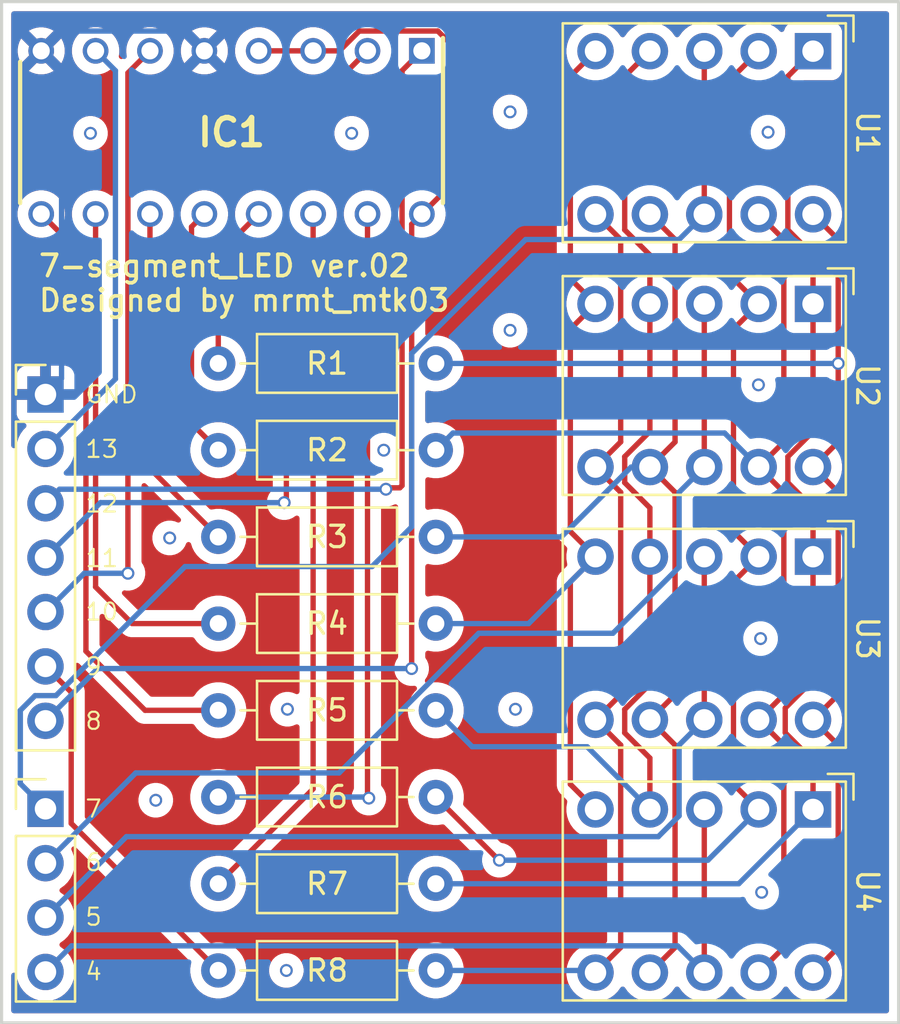
<source format=kicad_pcb>
(kicad_pcb (version 20241229) (generator "pcbnew") (generator_version "9.0")
  (title_block (date "mar. 31 mars 2015"))
  (layers (0 "F.Cu" signal) (2 "B.Cu" signal) (13 "F.Paste" user) (15 "B.Paste" user) (5 "F.SilkS" user "F.Silkscreen") (7 "B.SilkS" user "B.Silkscreen") (1 "F.Mask" user) (3 "B.Mask" user) (25 "Edge.Cuts" user))
  (net 0 "")
  (net 1 "GND")
  (net 2 "D_1")
  (net 3 "Net-(IC1-A_2)")
  (net 4 "Net-(IC1-D_2)")
  (net 5 "Net-(IC1-E)")
  (net 6 "C_1")
  (net 7 "Net-(IC1-C_2)")
  (net 8 "HIGH")
  (net 9 "A_1")
  (net 10 "Net-(IC1-B_2)")
  (net 11 "Net-(IC1-F)")
  (net 12 "Net-(IC1-G)")
  (net 13 "B_1")
  (net 14 "DP_1")
  (net 15 "U1_CC")
  (net 16 "U2_CC")
  (net 17 "U4_CC")
  (net 18 "U3_CC")
  (net 19 "A_led")
  (net 20 "B_led")
  (net 21 "C_led")
  (net 22 "D_led")
  (net 23 "E_led")
  (net 24 "F_led")
  (net 25 "G_led")
  (net 26 "DP_led")
  (footprint "Resistor_THT:R_Axial_DIN0207_L6.3mm_D2.5mm_P10.16mm_Horizontal" (layer "F.Cu") (at 73.12 45.55)
    (property "Reference" "R1" (at 5.08 0 0) (layer "F.SilkS"))
    (property "Value" "R" (hide yes))
    (fp_line (start 1.04 0) (end 1.81 0) (stroke (width 0.12)) (layer "F.SilkS"))
    (fp_line (start 9.12 0) (end 8.35 0) (stroke (width 0.12)) (layer "F.SilkS"))
    (fp_rect (start 1.81 -1.37) (end 8.35 1.37) (stroke (width 0.12)) (fill no) (layer "F.SilkS"))
    (pad "1" thru_hole circle (at 0 0) (size 1.6 1.6) (drill 0.8) (layers "*.Cu" "*.Mask") (net 3 "Net-(IC1-A_2)"))
    (pad "2" thru_hole circle (at 10.16 0) (size 1.6 1.6) (drill 0.8) (layers "*.Cu" "*.Mask") (net 19 "A_led"))
  )
  (footprint "Connector_PinHeader_2.54mm:PinHeader_1x07_P2.54mm_Vertical" (layer "F.Cu") (at 65.05 47)
    (property "Reference" "GND" (hide yes))
    (property "Value" "Conn_01x07_Pin" (hide yes))
    (fp_line (start -1.38 -1.38) (end 0 -1.38) (stroke (width 0.12)) (layer "F.SilkS"))
    (fp_line (start -1.38 0) (end -1.38 -1.38) (stroke (width 0.12)) (layer "F.SilkS"))
    (fp_line (start -1.38 1.27) (end -1.38 16.62) (stroke (width 0.12)) (layer "F.SilkS"))
    (fp_line (start -1.38 1.27) (end 1.38 1.27) (stroke (width 0.12)) (layer "F.SilkS"))
    (fp_line (start -1.38 16.62) (end 1.38 16.62) (stroke (width 0.12)) (layer "F.SilkS"))
    (fp_line (start 1.38 1.27) (end 1.38 16.62) (stroke (width 0.12)) (layer "F.SilkS"))
    (pad "1" thru_hole rect (at 0 0) (size 1.7 1.7) (drill 1) (layers "*.Cu" "*.Mask") (net 1 "GND"))
    (pad "2" thru_hole circle (at 0 2.54) (size 1.7 1.7) (drill 1) (layers "*.Cu" "*.Mask") (net 9 "A_1"))
    (pad "3" thru_hole circle (at 0 5.08) (size 1.7 1.7) (drill 1) (layers "*.Cu" "*.Mask") (net 13 "B_1"))
    (pad "4" thru_hole circle (at 0 7.62) (size 1.7 1.7) (drill 1) (layers "*.Cu" "*.Mask") (net 6 "C_1"))
    (pad "5" thru_hole circle (at 0 10.16) (size 1.7 1.7) (drill 1) (layers "*.Cu" "*.Mask") (net 2 "D_1"))
    (pad "6" thru_hole circle (at 0 12.7) (size 1.7 1.7) (drill 1) (layers "*.Cu" "*.Mask") (net 14 "DP_1"))
    (pad "7" thru_hole circle (at 0 15.24) (size 1.7 1.7) (drill 1) (layers "*.Cu" "*.Mask") (net 8 "HIGH"))
  )
  (footprint "Display_7Segment:Sx39-1xxxxx" (layer "F.Cu") (at 100.9 54.575 -90)
    (property "Reference" "U3" (at 3.81 -2.54 270) (layer "F.SilkS"))
    (property "Value" "SC39-11EWA" (hide yes))
    (fp_line (start -1.3 11.69) (end 8.92 11.69) (stroke (width 0.12)) (layer "F.SilkS"))
    (fp_line (start 8.92 11.69) (end 8.92 -1.53) (stroke (width 0.12)) (layer "F.SilkS"))
    (fp_line (start -1.66 -0.69) (end -1.66 -1.89) (stroke (width 0.12)) (layer "F.SilkS"))
    (fp_line (start -1.3 -1.53) (end -1.3 11.69) (stroke (width 0.12)) (layer "F.SilkS"))
    (fp_line (start 8.92 -1.53) (end -1.3 -1.53) (stroke (width 0.12)) (layer "F.SilkS"))
    (fp_line (start -1.66 -1.89) (end -0.46 -1.89) (stroke (width 0.12)) (layer "F.SilkS"))
    (pad "1" thru_hole rect (at 0 0 270) (size 1.7 1.7) (drill 1) (layers "*.Cu" "*.Mask") (net 25 "G_led"))
    (pad "2" thru_hole circle (at 0 2.54 270) (size 1.7 1.7) (drill 1) (layers "*.Cu" "*.Mask") (net 24 "F_led"))
    (pad "3" thru_hole circle (at 0 5.08 270) (size 1.7 1.7) (drill 1) (layers "*.Cu" "*.Mask") (net 18 "U3_CC"))
    (pad "4" thru_hole circle (at 0 7.62 270) (size 1.7 1.7) (drill 1) (layers "*.Cu" "*.Mask") (net 23 "E_led"))
    (pad "5" thru_hole circle (at 0 10.16 270) (size 1.7 1.7) (drill 1) (layers "*.Cu" "*.Mask") (net 22 "D_led"))
    (pad "6" thru_hole circle (at 7.62 10.16 270) (size 1.7 1.7) (drill 1) (layers "*.Cu" "*.Mask") (net 26 "DP_led"))
    (pad "7" thru_hole circle (at 7.62 7.62 270) (size 1.7 1.7) (drill 1) (layers "*.Cu" "*.Mask") (net 21 "C_led"))
    (pad "8" thru_hole circle (at 7.62 5.08 270) (size 1.7 1.7) (drill 1) (layers "*.Cu" "*.Mask") (net 18 "U3_CC"))
    (pad "9" thru_hole circle (at 7.62 2.54 270) (size 1.7 1.7) (drill 1) (layers "*.Cu" "*.Mask") (net 20 "B_led"))
    (pad "10" thru_hole circle (at 7.62 0 270) (size 1.7 1.7) (drill 1) (layers "*.Cu" "*.Mask") (net 19 "A_led"))
  )
  (footprint "Resistor_THT:R_Axial_DIN0207_L6.3mm_D2.5mm_P10.16mm_Horizontal" (layer "F.Cu") (at 73.12 73.9)
    (property "Reference" "R8" (at 5.08 0 0) (layer "F.SilkS"))
    (property "Value" "R" (hide yes))
    (fp_line (start 1.04 0) (end 1.81 0) (stroke (width 0.12)) (layer "F.SilkS"))
    (fp_line (start 9.12 0) (end 8.35 0) (stroke (width 0.12)) (layer "F.SilkS"))
    (fp_rect (start 1.81 -1.37) (end 8.35 1.37) (stroke (width 0.12)) (fill no) (layer "F.SilkS"))
    (pad "1" thru_hole circle (at 0 0) (size 1.6 1.6) (drill 0.8) (layers "*.Cu" "*.Mask") (net 14 "DP_1"))
    (pad "2" thru_hole circle (at 10.16 0) (size 1.6 1.6) (drill 0.8) (layers "*.Cu" "*.Mask") (net 26 "DP_led"))
  )
  (footprint "TC4511BP:DIP762W60P254L1975H445Q16N" (layer "F.Cu") (at 73.74 34.76 -90)
    (property "Reference" "IC1" (at 0 0 0) (layer "F.SilkS") (effects (font (size 1.27 1.27) (thickness 0.254))))
    (property "Value" "TC4511BP" (hide yes))
    (fp_line (start -3.3 9.875) (end 3.3 9.875) (stroke (width 0.2)) (layer "F.SilkS"))
    (fp_line (start -4.41 -9.875) (end 3.3 -9.875) (stroke (width 0.2)) (layer "F.SilkS"))
    (pad "1" thru_hole rect (at -3.81 -8.89 270) (size 1.2 1.2) (drill 0.8) (layers "*.Cu" "*.Mask") (net 13 "B_1"))
    (pad "2" thru_hole circle (at -3.81 -6.35 270) (size 1.2 1.2) (drill 0.8) (layers "*.Cu" "*.Mask") (net 6 "C_1"))
    (pad "3" thru_hole circle (at -3.81 -3.81 270) (size 1.2 1.2) (drill 0.8) (layers "*.Cu" "*.Mask") (net 8 "HIGH"))
    (pad "4" thru_hole circle (at -3.81 -1.27 270) (size 1.2 1.2) (drill 0.8) (layers "*.Cu" "*.Mask") (net 8 "HIGH"))
    (pad "5" thru_hole circle (at -3.81 1.27 270) (size 1.2 1.2) (drill 0.8) (layers "*.Cu" "*.Mask") (net 1 "GND"))
    (pad "6" thru_hole circle (at -3.81 3.81 270) (size 1.2 1.2) (drill 0.8) (layers "*.Cu" "*.Mask") (net 2 "D_1"))
    (pad "7" thru_hole circle (at -3.81 6.35 270) (size 1.2 1.2) (drill 0.8) (layers "*.Cu" "*.Mask") (net 9 "A_1"))
    (pad "8" thru_hole circle (at -3.81 8.89 270) (size 1.2 1.2) (drill 0.8) (layers "*.Cu" "*.Mask") (net 1 "GND"))
    (pad "9" thru_hole circle (at 3.81 8.89 270) (size 1.2 1.2) (drill 0.8) (layers "*.Cu" "*.Mask") (net 5 "Net-(IC1-E)"))
    (pad "10" thru_hole circle (at 3.81 6.35 270) (size 1.2 1.2) (drill 0.8) (layers "*.Cu" "*.Mask") (net 4 "Net-(IC1-D_2)"))
    (pad "11" thru_hole circle (at 3.81 3.81 270) (size 1.2 1.2) (drill 0.8) (layers "*.Cu" "*.Mask") (net 7 "Net-(IC1-C_2)"))
    (pad "12" thru_hole circle (at 3.81 1.27 270) (size 1.2 1.2) (drill 0.8) (layers "*.Cu" "*.Mask") (net 10 "Net-(IC1-B_2)"))
    (pad "13" thru_hole circle (at 3.81 -1.27 270) (size 1.2 1.2) (drill 0.8) (layers "*.Cu" "*.Mask") (net 3 "Net-(IC1-A_2)"))
    (pad "14" thru_hole circle (at 3.81 -3.81 270) (size 1.2 1.2) (drill 0.8) (layers "*.Cu" "*.Mask") (net 12 "Net-(IC1-G)"))
    (pad "15" thru_hole circle (at 3.81 -6.35 270) (size 1.2 1.2) (drill 0.8) (layers "*.Cu" "*.Mask") (net 11 "Net-(IC1-F)"))
    (pad "16" thru_hole circle (at 3.81 -8.89 270) (size 1.2 1.2) (drill 0.8) (layers "*.Cu" "*.Mask") (net 8 "HIGH"))
  )
  (footprint "Resistor_THT:R_Axial_DIN0207_L6.3mm_D2.5mm_P10.16mm_Horizontal" (layer "F.Cu") (at 73.12 57.7)
    (property "Reference" "R4" (at 5.08 0 0) (layer "F.SilkS"))
    (property "Value" "R" (hide yes))
    (fp_line (start 1.04 0) (end 1.81 0) (stroke (width 0.12)) (layer "F.SilkS"))
    (fp_line (start 9.12 0) (end 8.35 0) (stroke (width 0.12)) (layer "F.SilkS"))
    (fp_rect (start 1.81 -1.37) (end 8.35 1.37) (stroke (width 0.12)) (fill no) (layer "F.SilkS"))
    (pad "1" thru_hole circle (at 0 0) (size 1.6 1.6) (drill 0.8) (layers "*.Cu" "*.Mask") (net 4 "Net-(IC1-D_2)"))
    (pad "2" thru_hole circle (at 10.16 0) (size 1.6 1.6) (drill 0.8) (layers "*.Cu" "*.Mask") (net 22 "D_led"))
  )
  (footprint "Resistor_THT:R_Axial_DIN0207_L6.3mm_D2.5mm_P10.16mm_Horizontal" (layer "F.Cu") (at 73.12 53.65)
    (property "Reference" "R3" (at 5.08 0 0) (layer "F.SilkS"))
    (property "Value" "R" (hide yes))
    (fp_line (start 1.04 0) (end 1.81 0) (stroke (width 0.12)) (layer "F.SilkS"))
    (fp_line (start 9.12 0) (end 8.35 0) (stroke (width 0.12)) (layer "F.SilkS"))
    (fp_rect (start 1.81 -1.37) (end 8.35 1.37) (stroke (width 0.12)) (fill no) (layer "F.SilkS"))
    (pad "1" thru_hole circle (at 0 0) (size 1.6 1.6) (drill 0.8) (layers "*.Cu" "*.Mask") (net 7 "Net-(IC1-C_2)"))
    (pad "2" thru_hole circle (at 10.16 0) (size 1.6 1.6) (drill 0.8) (layers "*.Cu" "*.Mask") (net 21 "C_led"))
  )
  (footprint "Resistor_THT:R_Axial_DIN0207_L6.3mm_D2.5mm_P10.16mm_Horizontal" (layer "F.Cu") (at 73.12 69.85)
    (property "Reference" "R7" (at 5.08 0 0) (layer "F.SilkS"))
    (property "Value" "R" (hide yes))
    (fp_line (start 1.04 0) (end 1.81 0) (stroke (width 0.12)) (layer "F.SilkS"))
    (fp_line (start 9.12 0) (end 8.35 0) (stroke (width 0.12)) (layer "F.SilkS"))
    (fp_rect (start 1.81 -1.37) (end 8.35 1.37) (stroke (width 0.12)) (fill no) (layer "F.SilkS"))
    (pad "1" thru_hole circle (at 0 0) (size 1.6 1.6) (drill 0.8) (layers "*.Cu" "*.Mask") (net 12 "Net-(IC1-G)"))
    (pad "2" thru_hole circle (at 10.16 0) (size 1.6 1.6) (drill 0.8) (layers "*.Cu" "*.Mask") (net 25 "G_led"))
  )
  (footprint "Resistor_THT:R_Axial_DIN0207_L6.3mm_D2.5mm_P10.16mm_Horizontal" (layer "F.Cu") (at 73.12 49.6)
    (property "Reference" "R2" (at 5.08 0 0) (layer "F.SilkS"))
    (property "Value" "R" (hide yes))
    (fp_line (start 1.04 0) (end 1.81 0) (stroke (width 0.12)) (layer "F.SilkS"))
    (fp_line (start 9.12 0) (end 8.35 0) (stroke (width 0.12)) (layer "F.SilkS"))
    (fp_rect (start 1.81 -1.37) (end 8.35 1.37) (stroke (width 0.12)) (fill no) (layer "F.SilkS"))
    (pad "1" thru_hole circle (at 0 0) (size 1.6 1.6) (drill 0.8) (layers "*.Cu" "*.Mask") (net 10 "Net-(IC1-B_2)"))
    (pad "2" thru_hole circle (at 10.16 0) (size 1.6 1.6) (drill 0.8) (layers "*.Cu" "*.Mask") (net 20 "B_led"))
  )
  (footprint "Display_7Segment:Sx39-1xxxxx" (layer "F.Cu") (at 100.9 30.965 -90)
    (property "Reference" "U1" (at 3.81 -2.54 270) (layer "F.SilkS"))
    (property "Value" "SC39-11EWA" (hide yes))
    (fp_line (start -1.3 11.69) (end 8.92 11.69) (stroke (width 0.12)) (layer "F.SilkS"))
    (fp_line (start 8.92 11.69) (end 8.92 -1.53) (stroke (width 0.12)) (layer "F.SilkS"))
    (fp_line (start -1.66 -0.69) (end -1.66 -1.89) (stroke (width 0.12)) (layer "F.SilkS"))
    (fp_line (start -1.3 -1.53) (end -1.3 11.69) (stroke (width 0.12)) (layer "F.SilkS"))
    (fp_line (start 8.92 -1.53) (end -1.3 -1.53) (stroke (width 0.12)) (layer "F.SilkS"))
    (fp_line (start -1.66 -1.89) (end -0.46 -1.89) (stroke (width 0.12)) (layer "F.SilkS"))
    (pad "1" thru_hole rect (at 0 0 270) (size 1.7 1.7) (drill 1) (layers "*.Cu" "*.Mask") (net 25 "G_led"))
    (pad "2" thru_hole circle (at 0 2.54 270) (size 1.7 1.7) (drill 1) (layers "*.Cu" "*.Mask") (net 24 "F_led"))
    (pad "3" thru_hole circle (at 0 5.08 270) (size 1.7 1.7) (drill 1) (layers "*.Cu" "*.Mask") (net 15 "U1_CC"))
    (pad "4" thru_hole circle (at 0 7.62 270) (size 1.7 1.7) (drill 1) (layers "*.Cu" "*.Mask") (net 23 "E_led"))
    (pad "5" thru_hole circle (at 0 10.16 270) (size 1.7 1.7) (drill 1) (layers "*.Cu" "*.Mask") (net 22 "D_led"))
    (pad "6" thru_hole circle (at 7.62 10.16 270) (size 1.7 1.7) (drill 1) (layers "*.Cu" "*.Mask") (net 26 "DP_led"))
    (pad "7" thru_hole circle (at 7.62 7.62 270) (size 1.7 1.7) (drill 1) (layers "*.Cu" "*.Mask") (net 21 "C_led"))
    (pad "8" thru_hole circle (at 7.62 5.08 270) (size 1.7 1.7) (drill 1) (layers "*.Cu" "*.Mask") (net 15 "U1_CC"))
    (pad "9" thru_hole circle (at 7.62 2.54 270) (size 1.7 1.7) (drill 1) (layers "*.Cu" "*.Mask") (net 20 "B_led"))
    (pad "10" thru_hole circle (at 7.62 0 270) (size 1.7 1.7) (drill 1) (layers "*.Cu" "*.Mask") (net 19 "A_led"))
  )
  (footprint "Display_7Segment:Sx39-1xxxxx" (layer "F.Cu") (at 100.9 66.38 -90)
    (property "Reference" "U4" (at 3.81 -2.54 270) (layer "F.SilkS"))
    (property "Value" "SC39-11EWA" (hide yes))
    (fp_line (start -1.3 11.69) (end 8.92 11.69) (stroke (width 0.12)) (layer "F.SilkS"))
    (fp_line (start 8.92 11.69) (end 8.92 -1.53) (stroke (width 0.12)) (layer "F.SilkS"))
    (fp_line (start -1.66 -0.69) (end -1.66 -1.89) (stroke (width 0.12)) (layer "F.SilkS"))
    (fp_line (start -1.3 -1.53) (end -1.3 11.69) (stroke (width 0.12)) (layer "F.SilkS"))
    (fp_line (start 8.92 -1.53) (end -1.3 -1.53) (stroke (width 0.12)) (layer "F.SilkS"))
    (fp_line (start -1.66 -1.89) (end -0.46 -1.89) (stroke (width 0.12)) (layer "F.SilkS"))
    (pad "1" thru_hole rect (at 0 0 270) (size 1.7 1.7) (drill 1) (layers "*.Cu" "*.Mask") (net 25 "G_led"))
    (pad "2" thru_hole circle (at 0 2.54 270) (size 1.7 1.7) (drill 1) (layers "*.Cu" "*.Mask") (net 24 "F_led"))
    (pad "3" thru_hole circle (at 0 5.08 270) (size 1.7 1.7) (drill 1) (layers "*.Cu" "*.Mask") (net 17 "U4_CC"))
    (pad "4" thru_hole circle (at 0 7.62 270) (size 1.7 1.7) (drill 1) (layers "*.Cu" "*.Mask") (net 23 "E_led"))
    (pad "5" thru_hole circle (at 0 10.16 270) (size 1.7 1.7) (drill 1) (layers "*.Cu" "*.Mask") (net 22 "D_led"))
    (pad "6" thru_hole circle (at 7.62 10.16 270) (size 1.7 1.7) (drill 1) (layers "*.Cu" "*.Mask") (net 26 "DP_led"))
    (pad "7" thru_hole circle (at 7.62 7.62 270) (size 1.7 1.7) (drill 1) (layers "*.Cu" "*.Mask") (net 21 "C_led"))
    (pad "8" thru_hole circle (at 7.62 5.08 270) (size 1.7 1.7) (drill 1) (layers "*.Cu" "*.Mask") (net 17 "U4_CC"))
    (pad "9" thru_hole circle (at 7.62 2.54 270) (size 1.7 1.7) (drill 1) (layers "*.Cu" "*.Mask") (net 20 "B_led"))
    (pad "10" thru_hole circle (at 7.62 0 270) (size 1.7 1.7) (drill 1) (layers "*.Cu" "*.Mask") (net 19 "A_led"))
  )
  (footprint "Resistor_THT:R_Axial_DIN0207_L6.3mm_D2.5mm_P10.16mm_Horizontal" (layer "F.Cu") (at 73.12 61.75)
    (property "Reference" "R5" (at 5.08 0 0) (layer "F.SilkS"))
    (property "Value" "R" (hide yes))
    (fp_line (start 1.04 0) (end 1.81 0) (stroke (width 0.12)) (layer "F.SilkS"))
    (fp_line (start 9.12 0) (end 8.35 0) (stroke (width 0.12)) (layer "F.SilkS"))
    (fp_rect (start 1.81 -1.37) (end 8.35 1.37) (stroke (width 0.12)) (fill no) (layer "F.SilkS"))
    (pad "1" thru_hole circle (at 0 0) (size 1.6 1.6) (drill 0.8) (layers "*.Cu" "*.Mask") (net 5 "Net-(IC1-E)"))
    (pad "2" thru_hole circle (at 10.16 0) (size 1.6 1.6) (drill 0.8) (layers "*.Cu" "*.Mask") (net 23 "E_led"))
  )
  (footprint "Connector_PinHeader_2.54mm:PinHeader_1x04_P2.54mm_Vertical" (layer "F.Cu") (at 65.05 66.35)
    (property "Reference" "J6" (hide yes))
    (property "Value" "Conn_01x04_Pin" (hide yes))
    (fp_line (start -1.38 -1.38) (end 0 -1.38) (stroke (width 0.12)) (layer "F.SilkS"))
    (fp_line (start -1.38 0) (end -1.38 -1.38) (stroke (width 0.12)) (layer "F.SilkS"))
    (fp_line (start -1.38 1.27) (end -1.38 9) (stroke (width 0.12)) (layer "F.SilkS"))
    (fp_line (start -1.38 1.27) (end 1.38 1.27) (stroke (width 0.12)) (layer "F.SilkS"))
    (fp_line (start -1.38 9) (end 1.38 9) (stroke (width 0.12)) (layer "F.SilkS"))
    (fp_line (start 1.38 1.27) (end 1.38 9) (stroke (width 0.12)) (layer "F.SilkS"))
    (pad "1" thru_hole rect (at 0 0) (size 1.7 1.7) (drill 1) (layers "*.Cu" "*.Mask") (net 15 "U1_CC"))
    (pad "2" thru_hole circle (at 0 2.54) (size 1.7 1.7) (drill 1) (layers "*.Cu" "*.Mask") (net 16 "U2_CC"))
    (pad "3" thru_hole circle (at 0 5.08) (size 1.7 1.7) (drill 1) (layers "*.Cu" "*.Mask") (net 18 "U3_CC"))
    (pad "4" thru_hole circle (at 0 7.62) (size 1.7 1.7) (drill 1) (layers "*.Cu" "*.Mask") (net 17 "U4_CC"))
  )
  (footprint "Resistor_THT:R_Axial_DIN0207_L6.3mm_D2.5mm_P10.16mm_Horizontal" (layer "F.Cu") (at 73.12 65.8)
    (property "Reference" "R6" (at 5.08 0 0) (layer "F.SilkS"))
    (property "Value" "R" (hide yes))
    (fp_line (start 1.04 0) (end 1.81 0) (stroke (width 0.12)) (layer "F.SilkS"))
    (fp_line (start 9.12 0) (end 8.35 0) (stroke (width 0.12)) (layer "F.SilkS"))
    (fp_rect (start 1.81 -1.37) (end 8.35 1.37) (stroke (width 0.12)) (fill no) (layer "F.SilkS"))
    (pad "1" thru_hole circle (at 0 0) (size 1.6 1.6) (drill 0.8) (layers "*.Cu" "*.Mask") (net 11 "Net-(IC1-F)"))
    (pad "2" thru_hole circle (at 10.16 0) (size 1.6 1.6) (drill 0.8) (layers "*.Cu" "*.Mask") (net 24 "F_led"))
  )
  (footprint "Display_7Segment:Sx39-1xxxxx" (layer "F.Cu") (at 100.9 42.77 -90)
    (property "Reference" "U2" (at 3.81 -2.54 270) (layer "F.SilkS"))
    (property "Value" "SC39-11EWA" (hide yes))
    (fp_line (start -1.3 11.69) (end 8.92 11.69) (stroke (width 0.12)) (layer "F.SilkS"))
    (fp_line (start 8.92 11.69) (end 8.92 -1.53) (stroke (width 0.12)) (layer "F.SilkS"))
    (fp_line (start -1.66 -0.69) (end -1.66 -1.89) (stroke (width 0.12)) (layer "F.SilkS"))
    (fp_line (start -1.3 -1.53) (end -1.3 11.69) (stroke (width 0.12)) (layer "F.SilkS"))
    (fp_line (start 8.92 -1.53) (end -1.3 -1.53) (stroke (width 0.12)) (layer "F.SilkS"))
    (fp_line (start -1.66 -1.89) (end -0.46 -1.89) (stroke (width 0.12)) (layer "F.SilkS"))
    (pad "1" thru_hole rect (at 0 0 270) (size 1.7 1.7) (drill 1) (layers "*.Cu" "*.Mask") (net 25 "G_led"))
    (pad "2" thru_hole circle (at 0 2.54 270) (size 1.7 1.7) (drill 1) (layers "*.Cu" "*.Mask") (net 24 "F_led"))
    (pad "3" thru_hole circle (at 0 5.08 270) (size 1.7 1.7) (drill 1) (layers "*.Cu" "*.Mask") (net 16 "U2_CC"))
    (pad "4" thru_hole circle (at 0 7.62 270) (size 1.7 1.7) (drill 1) (layers "*.Cu" "*.Mask") (net 23 "E_led"))
    (pad "5" thru_hole circle (at 0 10.16 270) (size 1.7 1.7) (drill 1) (layers "*.Cu" "*.Mask") (net 22 "D_led"))
    (pad "6" thru_hole circle (at 7.62 10.16 270) (size 1.7 1.7) (drill 1) (layers "*.Cu" "*.Mask") (net 26 "DP_led"))
    (pad "7" thru_hole circle (at 7.62 7.62 270) (size 1.7 1.7) (drill 1) (layers "*.Cu" "*.Mask") (net 21 "C_led"))
    (pad "8" thru_hole circle (at 7.62 5.08 270) (size 1.7 1.7) (drill 1) (layers "*.Cu" "*.Mask") (net 16 "U2_CC"))
    (pad "9" thru_hole circle (at 7.62 2.54 270) (size 1.7 1.7) (drill 1) (layers "*.Cu" "*.Mask") (net 20 "B_led"))
    (pad "10" thru_hole circle (at 7.62 0 270) (size 1.7 1.7) (drill 1) (layers "*.Cu" "*.Mask") (net 19 "A_led"))
  )
  (gr_rect (start 63 28.65) (end 104.9 76.35) (stroke (width 0.15)) (fill no) (layer "Edge.Cuts"))
  (gr_text "9" (at 66.85 59.7 0) (layer "F.SilkS") (effects (font (size 0.8 0.8) (thickness 0.1)) (justify left)))
  (gr_text "6" (at 66.85 68.85 0) (layer "F.SilkS") (effects (font (size 0.8 0.8) (thickness 0.1)) (justify left)))
  (gr_text "GND" (at 66.85 47 0) (layer "F.SilkS") (effects (font (size 0.8 0.8) (thickness 0.1)) (justify left)))
  (gr_text "11" (at 66.85 54.65 0) (layer "F.SilkS") (effects (font (size 0.8 0.8) (thickness 0.1)) (justify left)))
  (gr_text "7-segment_LED ver.02\nDesigned by mrmt_mtk03" (at 64.65 41.8 0) (layer "F.SilkS") (effects (font (size 1 1) (thickness 0.17) (bold yes)) (justify left)))
  (gr_text "8" (at 66.85 62.25 0) (layer "F.SilkS") (effects (font (size 0.8 0.8) (thickness 0.1)) (justify left)))
  (gr_text "13\n" (at 66.85 49.55 0) (layer "F.SilkS") (effects (font (size 0.8 0.8) (thickness 0.1)) (justify left)))
  (gr_text "4" (at 66.85 73.95 0) (layer "F.SilkS") (effects (font (size 0.8 0.8) (thickness 0.1)) (justify left)))
  (gr_text "12" (at 66.85 52.1 0) (layer "F.SilkS") (effects (font (size 0.8 0.8) (thickness 0.1)) (justify left)))
  (gr_text "7" (at 66.85 66.35 0) (layer "F.SilkS") (effects (font (size 0.8 0.8) (thickness 0.1)) (justify left)))
  (gr_text "5" (at 66.85 71.4 0) (layer "F.SilkS") (effects (font (size 0.8 0.8) (thickness 0.1)) (justify left)))
  (gr_text "10" (at 66.85 57.15 0) (layer "F.SilkS") (effects (font (size 0.8 0.8) (thickness 0.1)) (justify left)))
  (via (at 98.35 46.55) (size 0.6) (drill 0.4) (layers "F.Cu" "B.Cu") (net 0))
  (via (at 70.85 53.7) (size 0.6) (drill 0.4) (layers "F.Cu" "B.Cu") (net 0))
  (via (at 76.35 61.7) (size 0.6) (drill 0.4) (layers "F.Cu" "B.Cu") (net 0))
  (via (at 87 61.7) (size 0.6) (drill 0.4) (layers "F.Cu" "B.Cu") (net 0))
  (via (at 98.45 58.4) (size 0.6) (drill 0.4) (layers "F.Cu" "B.Cu") (net 0))
  (via (at 79.35 34.8) (size 0.6) (drill 0.4) (layers "F.Cu" "B.Cu") (net 0))
  (via (at 70.2 65.95) (size 0.6) (drill 0.4) (layers "F.Cu" "B.Cu") (net 0))
  (via (at 98.8 34.75) (size 0.6) (drill 0.4) (layers "F.Cu" "B.Cu") (net 0))
  (via (at 80.85 49.6) (size 0.6) (drill 0.4) (layers "F.Cu" "B.Cu") (net 0))
  (via (at 86.75 33.8) (size 0.6) (drill 0.4) (layers "F.Cu" "B.Cu") (net 0))
  (via (at 67.15 34.8) (size 0.6) (drill 0.4) (layers "F.Cu" "B.Cu") (net 0))
  (via (at 98.5 70.25) (size 0.6) (drill 0.4) (layers "F.Cu" "B.Cu") (net 0))
  (via (at 76.3 73.9) (size 0.6) (drill 0.4) (layers "F.Cu" "B.Cu") (net 0))
  (via (at 86.75 44) (size 0.6) (drill 0.4) (layers "F.Cu" "B.Cu") (net 0))
  (segment (start 64.85 30.95) (end 65.8 31.9) (width 0.25) (layer "B.Cu") (net 1))
  (segment (start 65.8 46.25) (end 65.05 47) (width 0.25) (layer "B.Cu") (net 1))
  (segment (start 64.85 30.95) (end 65.776 30.024) (width 0.25) (layer "B.Cu") (net 1))
  (segment (start 65.8 31.9) (end 65.8 46.25) (width 0.25) (layer "B.Cu") (net 1))
  (segment (start 71.544 30.024) (end 72.47 30.95) (width 0.25) (layer "B.Cu") (net 1))
  (segment (start 65.776 30.024) (end 71.544 30.024) (width 0.25) (layer "B.Cu") (net 1))
  (segment (start 69.93 30.95) (end 68.9 31.98) (width 0.25) (layer "F.Cu") (net 2))
  (segment (start 68.9 31.98) (end 68.9 55.35) (width 0.25) (layer "F.Cu") (net 2))
  (via (at 68.9 55.35) (size 0.6) (drill 0.4) (layers "F.Cu" "B.Cu") (net 2))
  (segment (start 66.86 55.35) (end 65.05 57.16) (width 0.25) (layer "B.Cu") (net 2))
  (segment (start 68.9 55.35) (end 66.86 55.35) (width 0.25) (layer "B.Cu") (net 2))
  (segment (start 75.01 38.57) (end 73.12 40.46) (width 0.25) (layer "F.Cu") (net 3))
  (segment (start 73.12 40.46) (end 73.12 45.55) (width 0.25) (layer "F.Cu") (net 3))
  (segment (start 67.39 38.57) (end 67.39 55.99) (width 0.25) (layer "F.Cu") (net 4))
  (segment (start 67.39 55.99) (end 69.1 57.7) (width 0.25) (layer "F.Cu") (net 4))
  (segment (start 69.1 57.7) (end 73.12 57.7) (width 0.25) (layer "F.Cu") (net 4))
  (segment (start 66.939 58.989) (end 69.7 61.75) (width 0.25) (layer "F.Cu") (net 5))
  (segment (start 69.7 61.75) (end 73.12 61.75) (width 0.25) (layer "F.Cu") (net 5))
  (segment (start 64.85 38.57) (end 66.939 40.659) (width 0.25) (layer "F.Cu") (net 5))
  (segment (start 66.939 40.659) (end 66.939 58.989) (width 0.25) (layer "F.Cu") (net 5))
  (segment (start 76.3 34.74) (end 80.09 30.95) (width 0.25) (layer "F.Cu") (net 6))
  (segment (start 76.3 52) (end 76.3 34.74) (width 0.25) (layer "F.Cu") (net 6))
  (segment (start 76.25 52.05) (end 76.3 52) (width 0.25) (layer "F.Cu") (net 6))
  (segment (start 76.2 52.05) (end 76.25 52.05) (width 0.25) (layer "F.Cu") (net 6))
  (via (at 76.2 52.05) (size 0.6) (drill 0.4) (layers "F.Cu" "B.Cu") (net 6))
  (segment (start 76.2 52.05) (end 67.62 52.05) (width 0.25) (layer "B.Cu") (net 6))
  (segment (start 67.62 52.05) (end 65.05 54.62) (width 0.25) (layer "B.Cu") (net 6))
  (segment (start 69.93 50.46) (end 73.12 53.65) (width 0.25) (layer "F.Cu") (net 7))
  (segment (start 69.93 38.57) (end 69.93 50.46) (width 0.25) (layer "F.Cu") (net 7))
  (segment (start 82.63 38.57) (end 82.154 39.046) (width 0.25) (layer "F.Cu") (net 8))
  (segment (start 75.01 30.95) (end 77.55 30.95) (width 0.25) (layer "F.Cu") (net 8))
  (segment (start 83.374 30.024) (end 84.1 30.75) (width 0.25) (layer "F.Cu") (net 8))
  (segment (start 82.154 39.046) (end 82.154 59.796) (width 0.25) (layer "F.Cu") (net 8))
  (segment (start 79.706438 30.024) (end 83.374 30.024) (width 0.25) (layer "F.Cu") (net 8))
  (segment (start 84.1 37.1) (end 82.63 38.57) (width 0.25) (layer "F.Cu") (net 8))
  (segment (start 82.154 59.796) (end 82.15 59.8) (width 0.25) (layer "F.Cu") (net 8))
  (segment (start 77.55 30.95) (end 78.780438 30.95) (width 0.25) (layer "F.Cu") (net 8))
  (segment (start 84.1 30.75) (end 84.1 37.1) (width 0.25) (layer "F.Cu") (net 8))
  (segment (start 78.780438 30.95) (end 79.706438 30.024) (width 0.25) (layer "F.Cu") (net 8))
  (via (at 82.15 59.8) (size 0.6) (drill 0.4) (layers "F.Cu" "B.Cu") (net 8))
  (segment (start 82.15 59.8) (end 67.49 59.8) (width 0.25) (layer "B.Cu") (net 8))
  (segment (start 67.49 59.8) (end 65.05 62.24) (width 0.25) (layer "B.Cu") (net 8))
  (segment (start 68.316 46.274) (end 65.05 49.54) (width 0.25) (layer "B.Cu") (net 9))
  (segment (start 68.316 31.876) (end 68.316 46.274) (width 0.25) (layer "B.Cu") (net 9))
  (segment (start 67.39 30.95) (end 68.316 31.876) (width 0.25) (layer "B.Cu") (net 9))
  (segment (start 72.47 38.57) (end 71.87 39.17) (width 0.25) (layer "F.Cu") (net 10))
  (segment (start 71.87 48.35) (end 73.12 49.6) (width 0.25) (layer "F.Cu") (net 10))
  (segment (start 71.87 39.17) (end 71.87 48.35) (width 0.25) (layer "F.Cu") (net 10))
  (segment (start 80.09 38.57) (end 80.09 65.79) (width 0.25) (layer "F.Cu") (net 11))
  (segment (start 80.09 65.79) (end 80.15 65.85) (width 0.25) (layer "F.Cu") (net 11))
  (via (at 80.15 65.85) (size 0.6) (drill 0.4) (layers "F.Cu" "B.Cu") (net 11))
  (segment (start 80.15 65.85) (end 80.1 65.8) (width 0.25) (layer "B.Cu") (net 11))
  (segment (start 80.1 65.8) (end 73.12 65.8) (width 0.25) (layer "B.Cu") (net 11))
  (segment (start 77.55 65.42) (end 77.55 38.57) (width 0.25) (layer "F.Cu") (net 12))
  (segment (start 73.12 69.85) (end 77.55 65.42) (width 0.25) (layer "F.Cu") (net 12))
  (segment (start 81.704 31.876) (end 82.63 30.95) (width 0.25) (layer "F.Cu") (net 13))
  (segment (start 81.704 51.254) (end 81.704 31.876) (width 0.25) (layer "F.Cu") (net 13))
  (segment (start 81.016 51.358) (end 81.6 51.358) (width 0.25) (layer "F.Cu") (net 13))
  (segment (start 81.6 51.358) (end 81.704 51.254) (width 0.25) (layer "F.Cu") (net 13))
  (segment (start 80.95 51.424) (end 81.016 51.358) (width 0.25) (layer "F.Cu") (net 13))
  (via (at 80.95 51.424) (size 0.6) (drill 0.4) (layers "F.Cu" "B.Cu") (net 13))
  (segment (start 80.95 51.424) (end 65.706 51.424) (width 0.25) (layer "B.Cu") (net 13))
  (segment (start 65.706 51.424) (end 65.05 52.08) (width 0.25) (layer "B.Cu") (net 13))
  (segment (start 66.25 60.9) (end 65.05 59.7) (width 0.25) (layer "F.Cu") (net 14))
  (segment (start 66.25 67.03) (end 66.25 60.9) (width 0.25) (layer "F.Cu") (net 14))
  (segment (start 73.12 73.9) (end 66.25 67.03) (width 0.25) (layer "F.Cu") (net 14))
  (segment (start 95.82 30.965) (end 95.82 38.585) (width 0.25) (layer "F.Cu") (net 15))
  (segment (start 63.874 65.174) (end 63.874 61.752884) (width 0.25) (layer "B.Cu") (net 15))
  (segment (start 94.644 39.761) (end 95.82 38.585) (width 0.25) (layer "B.Cu") (net 15))
  (segment (start 80.301595 55.036) (end 82.154 53.183595) (width 0.25) (layer "B.Cu") (net 15))
  (segment (start 65.05 66.35) (end 63.874 65.174) (width 0.25) (layer "B.Cu") (net 15))
  (segment (start 87.476595 39.761) (end 94.644 39.761) (width 0.25) (layer "B.Cu") (net 15))
  (segment (start 82.154 53.183595) (end 82.154 45.083595) (width 0.25) (layer "B.Cu") (net 15))
  (segment (start 65.537116 61.064) (end 71.565116 55.036) (width 0.25) (layer "B.Cu") (net 15))
  (segment (start 63.874 61.752884) (end 64.562884 61.064) (width 0.25) (layer "B.Cu") (net 15))
  (segment (start 64.562884 61.064) (end 65.537116 61.064) (width 0.25) (layer "B.Cu") (net 15))
  (segment (start 71.565116 55.036) (end 80.301595 55.036) (width 0.25) (layer "B.Cu") (net 15))
  (segment (start 82.154 45.083595) (end 87.476595 39.761) (width 0.25) (layer "B.Cu") (net 15))
  (segment (start 95.82 42.77) (end 95.82 50.39) (width 0.25) (layer "F.Cu") (net 16))
  (segment (start 91.555116 58.151) (end 94.644 55.062116) (width 0.25) (layer "B.Cu") (net 16))
  (segment (start 65.05 68.89) (end 69.266 64.674) (width 0.25) (layer "B.Cu") (net 16))
  (segment (start 78.763595 64.674) (end 85.286595 58.151) (width 0.25) (layer "B.Cu") (net 16))
  (segment (start 85.286595 58.151) (end 91.555116 58.151) (width 0.25) (layer "B.Cu") (net 16))
  (segment (start 94.644 55.062116) (end 94.644 51.566) (width 0.25) (layer "B.Cu") (net 16))
  (segment (start 94.644 51.566) (end 95.82 50.39) (width 0.25) (layer "B.Cu") (net 16))
  (segment (start 69.266 64.674) (end 78.763595 64.674) (width 0.25) (layer "B.Cu") (net 16))
  (segment (start 95.82 66.38) (end 95.82 74) (width 0.25) (layer "F.Cu") (net 17))
  (segment (start 65.05 73.97) (end 66.27 72.75) (width 0.25) (layer "B.Cu") (net 17))
  (segment (start 94.57 72.75) (end 95.82 74) (width 0.25) (layer "B.Cu") (net 17))
  (segment (start 66.27 72.75) (end 94.57 72.75) (width 0.25) (layer "B.Cu") (net 17))
  (segment (start 95.82 54.575) (end 95.82 62.195) (width 0.25) (layer "F.Cu") (net 18))
  (segment (start 93.673116 67.65) (end 94.644 66.679116) (width 0.25) (layer "B.Cu") (net 18))
  (segment (start 68.83 67.65) (end 93.673116 67.65) (width 0.25) (layer "B.Cu") (net 18))
  (segment (start 65.05 71.43) (end 68.83 67.65) (width 0.25) (layer "B.Cu") (net 18))
  (segment (start 94.644 63.371) (end 95.82 62.195) (width 0.25) (layer "B.Cu") (net 18))
  (segment (start 94.644 66.679116) (end 94.644 63.371) (width 0.25) (layer "B.Cu") (net 18))
  (segment (start 100.9 38.585) (end 102.076 39.761) (width 0.25) (layer "F.Cu") (net 19))
  (segment (start 102.076 45.55) (end 102.076 49.214) (width 0.25) (layer "F.Cu") (net 19))
  (segment (start 102.076 72.824) (end 100.9 74) (width 0.25) (layer "F.Cu") (net 19))
  (segment (start 102.076 49.214) (end 100.9 50.39) (width 0.25) (layer "F.Cu") (net 19))
  (segment (start 100.9 50.39) (end 102.076 51.566) (width 0.25) (layer "F.Cu") (net 19))
  (segment (start 100.9 62.195) (end 102.076 63.371) (width 0.25) (layer "F.Cu") (net 19))
  (segment (start 102.076 63.371) (end 102.076 72.824) (width 0.25) (layer "F.Cu") (net 19))
  (segment (start 102.076 39.761) (end 102.076 45.55) (width 0.25) (layer "F.Cu") (net 19))
  (segment (start 102.076 51.566) (end 102.076 61.019) (width 0.25) (layer "F.Cu") (net 19))
  (segment (start 102.076 61.019) (end 100.9 62.195) (width 0.25) (layer "F.Cu") (net 19))
  (via (at 102.076 45.55) (size 0.6) (drill 0.4) (layers "F.Cu" "B.Cu") (net 19))
  (segment (start 83.28 45.55) (end 102.076 45.55) (width 0.25) (layer "B.Cu") (net 19))
  (segment (start 99.536 39.761) (end 99.536 49.214) (width 0.25) (layer "F.Cu") (net 20))
  (segment (start 99.536 63.371) (end 99.536 72.824) (width 0.25) (layer "F.Cu") (net 20))
  (segment (start 99.536 61.019) (end 98.36 62.195) (width 0.25) (layer "F.Cu") (net 20))
  (segment (start 99.536 51.566) (end 99.536 61.019) (width 0.25) (layer "F.Cu") (net 20))
  (segment (start 99.536 49.214) (end 98.36 50.39) (width 0.25) (layer "F.Cu") (net 20))
  (segment (start 98.36 62.195) (end 99.536 63.371) (width 0.25) (layer "F.Cu") (net 20))
  (segment (start 98.36 38.585) (end 99.536 39.761) (width 0.25) (layer "F.Cu") (net 20))
  (segment (start 98.36 50.39) (end 99.536 51.566) (width 0.25) (layer "F.Cu") (net 20))
  (segment (start 99.536 72.824) (end 98.36 74) (width 0.25) (layer "F.Cu") (net 20))
  (segment (start 96.770001 48.800001) (end 98.36 50.39) (width 0.25) (layer "B.Cu") (net 20))
  (segment (start 83.28 49.6) (end 84.079999 48.800001) (width 0.25) (layer "B.Cu") (net 20))
  (segment (start 84.079999 48.800001) (end 96.770001 48.800001) (width 0.25) (layer "B.Cu") (net 20))
  (segment (start 94.456 72.824) (end 93.28 74) (width 0.25) (layer "F.Cu") (net 21))
  (segment (start 93.28 50.39) (end 94.456 51.566) (width 0.25) (layer "F.Cu") (net 21))
  (segment (start 94.456 49.214) (end 93.28 50.39) (width 0.25) (layer "F.Cu") (net 21))
  (segment (start 94.456 39.761) (end 94.456 49.214) (width 0.25) (layer "F.Cu") (net 21))
  (segment (start 94.456 63.371) (end 94.456 72.824) (width 0.25) (layer "F.Cu") (net 21))
  (segment (start 94.456 51.566) (end 94.456 61.019) (width 0.25) (layer "F.Cu") (net 21))
  (segment (start 93.28 62.195) (end 94.456 63.371) (width 0.25) (layer "F.Cu") (net 21))
  (segment (start 93.28 38.585) (end 94.456 39.761) (width 0.25) (layer "F.Cu") (net 21))
  (segment (start 94.456 61.019) (end 93.28 62.195) (width 0.25) (layer "F.Cu") (net 21))
  (segment (start 89.143116 53.65) (end 92.403116 50.39) (width 0.25) (layer "B.Cu") (net 21))
  (segment (start 92.403116 50.39) (end 93.28 50.39) (width 0.25) (layer "B.Cu") (net 21))
  (segment (start 83.28 53.65) (end 89.143116 53.65) (width 0.25) (layer "B.Cu") (net 21))
  (segment (start 89.564 32.141) (end 89.564 41.594) (width 0.25) (layer "F.Cu") (net 22))
  (segment (start 90.74 42.77) (end 89.564 43.946) (width 0.25) (layer "F.Cu") (net 22))
  (segment (start 89.564 41.594) (end 90.74 42.77) (width 0.25) (layer "F.Cu") (net 22))
  (segment (start 90.74 30.965) (end 89.564 32.141) (width 0.25) (layer "F.Cu") (net 22))
  (segment (start 89.564 43.946) (end 89.564 53.399) (width 0.25) (layer "F.Cu") (net 22))
  (segment (start 89.564 53.399) (end 90.74 54.575) (width 0.25) (layer "F.Cu") (net 22))
  (segment (start 89.564 55.751) (end 89.564 65.204) (width 0.25) (layer "F.Cu") (net 22))
  (segment (start 90.74 54.575) (end 89.564 55.751) (width 0.25) (layer "F.Cu") (net 22))
  (segment (start 89.564 65.204) (end 90.74 66.38) (width 0.25) (layer "F.Cu") (net 22))
  (segment (start 83.28 57.7) (end 87.615 57.7) (width 0.25) (layer "B.Cu") (net 22))
  (segment (start 87.615 57.7) (end 90.74 54.575) (width 0.25) (layer "B.Cu") (net 22))
  (segment (start 92.104 32.141) (end 92.104 39.31119) (width 0.25) (layer "F.Cu") (net 23))
  (segment (start 92.104 61.707884) (end 92.104 62.804) (width 0.25) (layer "F.Cu") (net 23))
  (segment (start 93.28 40.48719) (end 93.28 42.77) (width 0.25) (layer "F.Cu") (net 23))
  (segment (start 92.104 62.804) (end 93.28 63.98) (width 0.25) (layer "F.Cu") (net 23))
  (segment (start 92.104 49.902884) (end 92.104 51.11619) (width 0.25) (layer "F.Cu") (net 23))
  (segment (start 93.28 54.575) (end 93.28 60.531884) (width 0.25) (layer "F.Cu") (net 23))
  (segment (start 93.28 60.531884) (end 92.104 61.707884) (width 0.25) (layer "F.Cu") (net 23))
  (segment (start 93.28 63.98) (end 93.28 66.38) (width 0.25) (layer "F.Cu") (net 23))
  (segment (start 92.104 39.31119) (end 93.28 40.48719) (width 0.25) (layer "F.Cu") (net 23))
  (segment (start 93.28 52.29219) (end 93.28 54.575) (width 0.25) (layer "F.Cu") (net 23))
  (segment (start 93.28 42.77) (end 93.28 48.726884) (width 0.25) (layer "F.Cu") (net 23))
  (segment (start 93.28 48.726884) (end 92.104 49.902884) (width 0.25) (layer "F.Cu") (net 23))
  (segment (start 93.28 30.965) (end 92.104 32.141) (width 0.25) (layer "F.Cu") (net 23))
  (segment (start 92.104 51.11619) (end 93.28 52.29219) (width 0.25) (layer "F.Cu") (net 23))
  (segment (start 83.28 61.75) (end 84.98 63.45) (width 0.25) (layer "B.Cu") (net 23))
  (segment (start 90.35 63.45) (end 93.28 66.38) (width 0.25) (layer "B.Cu") (net 23))
  (segment (start 84.98 63.45) (end 90.35 63.45) (width 0.25) (layer "B.Cu") (net 23))
  (segment (start 98.36 42.77) (end 97.184 43.946) (width 0.25) (layer "F.Cu") (net 24))
  (segment (start 97.184 43.946) (end 97.184 53.399) (width 0.25) (layer "F.Cu") (net 24))
  (segment (start 97.184 53.399) (end 98.36 54.575) (width 0.25) (layer "F.Cu") (net 24))
  (segment (start 97.184 65.204) (end 98.36 66.38) (width 0.25) (layer "F.Cu") (net 24))
  (segment (start 86.1 68.62) (end 83.28 65.8) (width 0.25) (layer "F.Cu") (net 24))
  (segment (start 96.996 41.406) (end 98.36 42.77) (width 0.25) (layer "F.Cu") (net 24))
  (segment (start 98.36 54.575) (end 97.184 55.751) (width 0.25) (layer "F.Cu") (net 24))
  (segment (start 96.996 32.329) (end 96.996 41.406) (width 0.25) (layer "F.Cu") (net 24))
  (segment (start 86.12 68.62) (end 86.1 68.62) (width 0.25) (layer "F.Cu") (net 24))
  (segment (start 97.184 55.751) (end 97.184 65.204) (width 0.25) (layer "F.Cu") (net 24))
  (segment (start 98.36 30.965) (end 96.996 32.329) (width 0.25) (layer "F.Cu") (net 24))
  (segment (start 86.25 68.75) (end 86.12 68.62) (width 0.25) (layer "F.Cu") (net 24))
  (via (at 86.25 68.75) (size 0.6) (drill 0.4) (layers "F.Cu" "B.Cu") (net 24))
  (segment (start 95.99 68.75) (end 98.36 66.38) (width 0.25) (layer "B.Cu") (net 24))
  (segment (start 86.25 68.75) (end 95.99 68.75) (width 0.25) (layer "B.Cu") (net 24))
  (segment (start 100.9 42.77) (end 100.9 48.726884) (width 0.25) (layer "F.Cu") (net 25))
  (segment (start 99.724 32.141) (end 99.724 39.31119) (width 0.25) (layer "F.Cu") (net 25))
  (segment (start 100.9 64.09719) (end 100.9 66.38) (width 0.25) (layer "F.Cu") (net 25))
  (segment (start 100.9 30.965) (end 99.724 32.141) (width 0.25) (layer "F.Cu") (net 25))
  (segment (start 100.9 48.726884) (end 99.724 49.902884) (width 0.25) (layer "F.Cu") (net 25))
  (segment (start 100.9 52.29219) (end 100.9 54.575) (width 0.25) (layer "F.Cu") (net 25))
  (segment (start 100.9 54.575) (end 100.9 60.343884) (width 0.25) (layer "F.Cu") (net 25))
  (segment (start 100.9 40.48719) (end 100.9 42.77) (width 0.25) (layer "F.Cu") (net 25))
  (segment (start 99.724 49.902884) (end 99.724 51.11619) (width 0.25) (layer "F.Cu") (net 25))
  (segment (start 99.724 39.31119) (end 100.9 40.48719) (width 0.25) (layer "F.Cu") (net 25))
  (segment (start 100.9 60.343884) (end 99.601405 61.642479) (width 0.25) (layer "F.Cu") (net 25))
  (segment (start 99.724 51.11619) (end 100.9 52.29219) (width 0.25) (layer "F.Cu") (net 25))
  (segment (start 99.601405 62.798595) (end 100.9 64.09719) (width 0.25) (layer "F.Cu") (net 25))
  (segment (start 99.601405 61.642479) (end 99.601405 62.798595) (width 0.25) (layer "F.Cu") (net 25))
  (segment (start 97.43 69.85) (end 100.9 66.38) (width 0.25) (layer "B.Cu") (net 25))
  (segment (start 83.28 69.85) (end 97.43 69.85) (width 0.25) (layer "B.Cu") (net 25))
  (segment (start 91.916 61.019) (end 90.74 62.195) (width 0.25) (layer "F.Cu") (net 26))
  (segment (start 91.916 49.214) (end 90.74 50.39) (width 0.25) (layer "F.Cu") (net 26))
  (segment (start 90.74 50.39) (end 91.916 51.566) (width 0.25) (layer "F.Cu") (net 26))
  (segment (start 90.74 38.585) (end 91.916 39.761) (width 0.25) (layer "F.Cu") (net 26))
  (segment (start 91.916 72.824) (end 90.74 74) (width 0.25) (layer "F.Cu") (net 26))
  (segment (start 91.916 39.761) (end 91.916 49.214) (width 0.25) (layer "F.Cu") (net 26))
  (segment (start 91.916 63.371) (end 91.916 72.824) (width 0.25) (layer "F.Cu") (net 26))
  (segment (start 91.916 51.566) (end 91.916 61.019) (width 0.25) (layer "F.Cu") (net 26))
  (segment (start 90.74 62.195) (end 91.916 63.371) (width 0.25) (layer "F.Cu") (net 26))
  (segment (start 83.28 73.9) (end 90.64 73.9) (width 0.25) (layer "B.Cu") (net 26))
  (segment (start 90.64 73.9) (end 90.74 74) (width 0.25) (layer "B.Cu") (net 26))
  (zone (net 1) (net_name "GND") (layers "F.Cu" "B.Cu") (connect_pads (clearance 0.508)) (min_thickness 0.25) (fill yes (thermal_gap 0.5) (thermal_bridge_width 0.5))
    (polygon (pts (xy 63.45 29.1) (xy 104.45 29.1) (xy 104.45 75.9) (xy 63.45 75.9)))
  )
)
</source>
